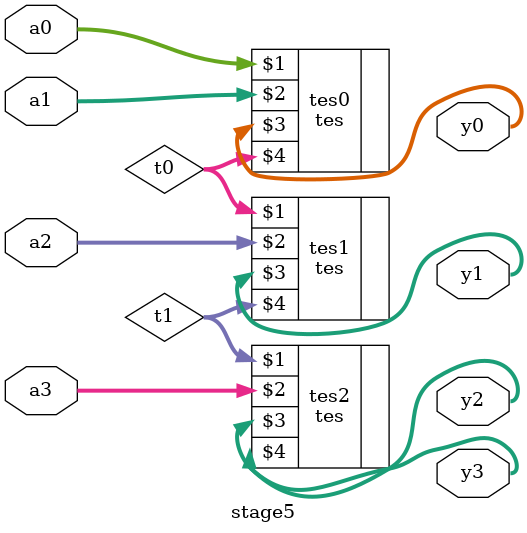
<source format=sv>
/*
	Author : Vishnu Prakash Bharadwaj
	Module : stage5.sv
*/

module stage5(
	input [7:0] a0,
	input [7:0] a1,
	input [7:0] a2,
	input [7:0] a3,
	output [7:0] y0,
	output [7:0] y1,
	output [7:0] y2,
	output [7:0] y3
);
	wire [7:0] t0, t1;

	// module instances
	tes tes0(a0, a1, y0, t0);
	tes tes1(t0, a2, y1, t1);
	tes tes2(t1, a3, y2, y3);

endmodule


</source>
